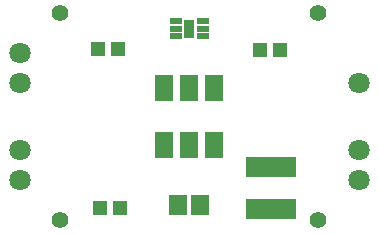
<source format=gbr>
G04 DipTrace 3.2.0.1*
G04 TopMask.gbr*
%MOIN*%
G04 #@! TF.FileFunction,Soldermask,Top*
G04 #@! TF.Part,Single*
%ADD40C,0.055118*%
%ADD45R,0.059055X0.086614*%
%ADD51R,0.165354X0.066929*%
%ADD57R,0.033465X0.061024*%
%ADD59R,0.03937X0.019685*%
%ADD61C,0.070866*%
%ADD62C,0.070866*%
%ADD64R,0.059055X0.066929*%
%ADD66R,0.051181X0.047244*%
%FSLAX26Y26*%
G04*
G70*
G90*
G75*
G01*
G04 TopMask*
%LPD*%
D66*
X236220Y224016D3*
X303150D3*
D64*
X-37402Y-295276D3*
X37402D3*
D62*
X-563386Y112205D3*
D61*
X-564961Y212205D3*
D62*
X-563386Y-209843D3*
D61*
X-564961Y-109843D3*
D62*
X566535Y-209843D3*
D61*
X564961Y-109843D3*
D66*
X-303150Y226378D3*
X-236220D3*
X-296690Y-305319D3*
X-229761D3*
D40*
X430118Y344488D3*
Y-344488D3*
X-430118D3*
Y344488D3*
D59*
X45276Y268694D3*
Y294285D3*
Y319875D3*
X-45276D3*
Y294285D3*
Y268694D3*
D57*
X0Y294285D3*
D51*
X272354Y-306247D3*
Y-168451D3*
D62*
X564961Y112205D3*
D45*
X82677Y94488D3*
X0D3*
X-82677D3*
Y-94488D3*
X0D3*
X82677D3*
M02*

</source>
